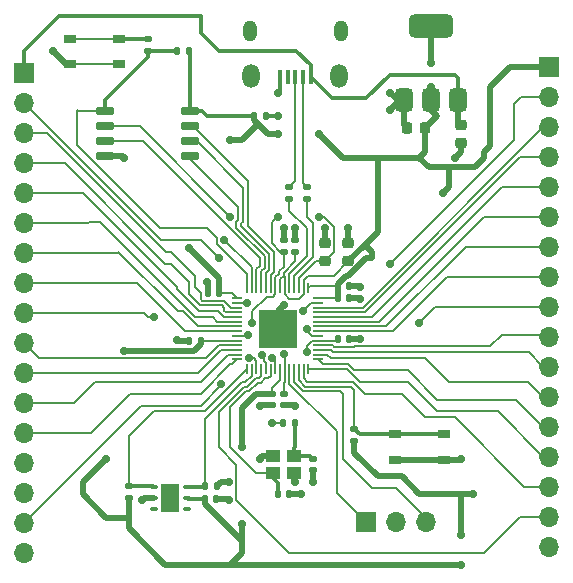
<source format=gbr>
%TF.GenerationSoftware,KiCad,Pcbnew,8.0.2-1*%
%TF.CreationDate,2024-06-04T19:54:43-07:00*%
%TF.ProjectId,pcb_design_1,7063625f-6465-4736-9967-6e5f312e6b69,rev?*%
%TF.SameCoordinates,Original*%
%TF.FileFunction,Copper,L1,Top*%
%TF.FilePolarity,Positive*%
%FSLAX46Y46*%
G04 Gerber Fmt 4.6, Leading zero omitted, Abs format (unit mm)*
G04 Created by KiCad (PCBNEW 8.0.2-1) date 2024-06-04 19:54:43*
%MOMM*%
%LPD*%
G01*
G04 APERTURE LIST*
G04 Aperture macros list*
%AMRoundRect*
0 Rectangle with rounded corners*
0 $1 Rounding radius*
0 $2 $3 $4 $5 $6 $7 $8 $9 X,Y pos of 4 corners*
0 Add a 4 corners polygon primitive as box body*
4,1,4,$2,$3,$4,$5,$6,$7,$8,$9,$2,$3,0*
0 Add four circle primitives for the rounded corners*
1,1,$1+$1,$2,$3*
1,1,$1+$1,$4,$5*
1,1,$1+$1,$6,$7*
1,1,$1+$1,$8,$9*
0 Add four rect primitives between the rounded corners*
20,1,$1+$1,$2,$3,$4,$5,0*
20,1,$1+$1,$4,$5,$6,$7,0*
20,1,$1+$1,$6,$7,$8,$9,0*
20,1,$1+$1,$8,$9,$2,$3,0*%
G04 Aperture macros list end*
%TA.AperFunction,SMDPad,CuDef*%
%ADD10RoundRect,0.140000X-0.170000X0.140000X-0.170000X-0.140000X0.170000X-0.140000X0.170000X0.140000X0*%
%TD*%
%TA.AperFunction,SMDPad,CuDef*%
%ADD11R,1.041400X0.660400*%
%TD*%
%TA.AperFunction,SMDPad,CuDef*%
%ADD12RoundRect,0.135000X-0.185000X0.135000X-0.185000X-0.135000X0.185000X-0.135000X0.185000X0.135000X0*%
%TD*%
%TA.AperFunction,ComponentPad*%
%ADD13R,1.700000X1.700000*%
%TD*%
%TA.AperFunction,ComponentPad*%
%ADD14O,1.700000X1.700000*%
%TD*%
%TA.AperFunction,SMDPad,CuDef*%
%ADD15RoundRect,0.225000X0.250000X-0.225000X0.250000X0.225000X-0.250000X0.225000X-0.250000X-0.225000X0*%
%TD*%
%TA.AperFunction,SMDPad,CuDef*%
%ADD16RoundRect,0.050000X-0.387500X-0.050000X0.387500X-0.050000X0.387500X0.050000X-0.387500X0.050000X0*%
%TD*%
%TA.AperFunction,SMDPad,CuDef*%
%ADD17RoundRect,0.050000X-0.050000X-0.387500X0.050000X-0.387500X0.050000X0.387500X-0.050000X0.387500X0*%
%TD*%
%TA.AperFunction,HeatsinkPad*%
%ADD18R,3.200000X3.200000*%
%TD*%
%TA.AperFunction,SMDPad,CuDef*%
%ADD19RoundRect,0.140000X-0.140000X-0.170000X0.140000X-0.170000X0.140000X0.170000X-0.140000X0.170000X0*%
%TD*%
%TA.AperFunction,SMDPad,CuDef*%
%ADD20RoundRect,0.135000X0.135000X0.185000X-0.135000X0.185000X-0.135000X-0.185000X0.135000X-0.185000X0*%
%TD*%
%TA.AperFunction,SMDPad,CuDef*%
%ADD21RoundRect,0.135000X0.185000X-0.135000X0.185000X0.135000X-0.185000X0.135000X-0.185000X-0.135000X0*%
%TD*%
%TA.AperFunction,SMDPad,CuDef*%
%ADD22RoundRect,0.135000X-0.135000X-0.185000X0.135000X-0.185000X0.135000X0.185000X-0.135000X0.185000X0*%
%TD*%
%TA.AperFunction,SMDPad,CuDef*%
%ADD23R,1.150000X1.000000*%
%TD*%
%TA.AperFunction,SMDPad,CuDef*%
%ADD24RoundRect,0.140000X0.170000X-0.140000X0.170000X0.140000X-0.170000X0.140000X-0.170000X-0.140000X0*%
%TD*%
%TA.AperFunction,SMDPad,CuDef*%
%ADD25R,0.450000X1.300000*%
%TD*%
%TA.AperFunction,ComponentPad*%
%ADD26O,1.150000X1.800000*%
%TD*%
%TA.AperFunction,ComponentPad*%
%ADD27O,1.450000X2.000000*%
%TD*%
%TA.AperFunction,SMDPad,CuDef*%
%ADD28RoundRect,0.140000X0.140000X0.170000X-0.140000X0.170000X-0.140000X-0.170000X0.140000X-0.170000X0*%
%TD*%
%TA.AperFunction,SMDPad,CuDef*%
%ADD29RoundRect,0.375000X0.375000X-0.625000X0.375000X0.625000X-0.375000X0.625000X-0.375000X-0.625000X0*%
%TD*%
%TA.AperFunction,SMDPad,CuDef*%
%ADD30RoundRect,0.500000X1.400000X-0.500000X1.400000X0.500000X-1.400000X0.500000X-1.400000X-0.500000X0*%
%TD*%
%TA.AperFunction,SMDPad,CuDef*%
%ADD31RoundRect,0.150000X-0.650000X-0.150000X0.650000X-0.150000X0.650000X0.150000X-0.650000X0.150000X0*%
%TD*%
%TA.AperFunction,SMDPad,CuDef*%
%ADD32RoundRect,0.100000X-0.200000X-0.100000X0.200000X-0.100000X0.200000X0.100000X-0.200000X0.100000X0*%
%TD*%
%TA.AperFunction,SMDPad,CuDef*%
%ADD33R,1.500000X2.400000*%
%TD*%
%TA.AperFunction,SMDPad,CuDef*%
%ADD34RoundRect,0.225000X-0.250000X0.225000X-0.250000X-0.225000X0.250000X-0.225000X0.250000X0.225000X0*%
%TD*%
%TA.AperFunction,SMDPad,CuDef*%
%ADD35RoundRect,0.225000X0.225000X0.250000X-0.225000X0.250000X-0.225000X-0.250000X0.225000X-0.250000X0*%
%TD*%
%TA.AperFunction,ViaPad*%
%ADD36C,0.700000*%
%TD*%
%TA.AperFunction,Conductor*%
%ADD37C,0.500000*%
%TD*%
%TA.AperFunction,Conductor*%
%ADD38C,0.200000*%
%TD*%
%TA.AperFunction,Conductor*%
%ADD39C,0.300000*%
%TD*%
G04 APERTURE END LIST*
D10*
%TO.P,C5,1*%
%TO.N,+3V3*%
X85000000Y-90020000D03*
%TO.P,C5,2*%
%TO.N,GND*%
X85000000Y-90980000D03*
%TD*%
D11*
%TO.P,SW1,1,1*%
%TO.N,/USB_BOOT*%
X67925000Y-59925000D03*
%TO.P,SW1,2,2*%
X72075000Y-59925000D03*
%TO.P,SW1,3,3*%
%TO.N,GND*%
X67925000Y-62075000D03*
%TO.P,SW1,4,4*%
X72075000Y-62075000D03*
%TD*%
D12*
%TO.P,R3,1*%
%TO.N,/USB_BOOT*%
X74500000Y-59990000D03*
%TO.P,R3,2*%
%TO.N,/SQPI_SS_N*%
X74500000Y-61010000D03*
%TD*%
D13*
%TO.P,J2,1,Pin_1*%
%TO.N,VBUS*%
X64000000Y-62840000D03*
D14*
%TO.P,J2,2,Pin_2*%
%TO.N,/GPIO0*%
X64000000Y-65380000D03*
%TO.P,J2,3,Pin_3*%
%TO.N,/GPIO1*%
X64000000Y-67920000D03*
%TO.P,J2,4,Pin_4*%
%TO.N,/GPIO2*%
X64000000Y-70460000D03*
%TO.P,J2,5,Pin_5*%
%TO.N,/GPIO3*%
X64000000Y-73000000D03*
%TO.P,J2,6,Pin_6*%
%TO.N,/GPIO4*%
X64000000Y-75540000D03*
%TO.P,J2,7,Pin_7*%
%TO.N,/GPIO5*%
X64000000Y-78080000D03*
%TO.P,J2,8,Pin_8*%
%TO.N,/GPIO6*%
X64000000Y-80620000D03*
%TO.P,J2,9,Pin_9*%
%TO.N,/GPIO7*%
X64000000Y-83160000D03*
%TO.P,J2,10,Pin_10*%
%TO.N,/GPIO8*%
X64000000Y-85700000D03*
%TO.P,J2,11,Pin_11*%
%TO.N,/GPIO9*%
X64000000Y-88240000D03*
%TO.P,J2,12,Pin_12*%
%TO.N,/GPIO10*%
X64000000Y-90780000D03*
%TO.P,J2,13,Pin_13*%
%TO.N,/GPIO11*%
X64000000Y-93320000D03*
%TO.P,J2,14,Pin_14*%
%TO.N,GND*%
X64000000Y-95860000D03*
%TO.P,J2,15,Pin_15*%
X64000000Y-98400000D03*
%TO.P,J2,16,Pin_16*%
%TO.N,/GPIO14*%
X64000000Y-100940000D03*
%TO.P,J2,17,Pin_17*%
%TO.N,GND*%
X64000000Y-103480000D03*
%TD*%
D15*
%TO.P,C12,1*%
%TO.N,+3V3*%
X91500000Y-78775000D03*
%TO.P,C12,2*%
%TO.N,GND*%
X91500000Y-77225000D03*
%TD*%
D16*
%TO.P,U1,1,IOVDD*%
%TO.N,+3V3*%
X82062500Y-81900000D03*
%TO.P,U1,2,GPIO0*%
%TO.N,/GPIO0*%
X82062500Y-82300000D03*
%TO.P,U1,3,GPIO1*%
%TO.N,/GPIO1*%
X82062500Y-82700000D03*
%TO.P,U1,4,GPIO2*%
%TO.N,/GPIO2*%
X82062500Y-83100000D03*
%TO.P,U1,5,GPIO3*%
%TO.N,/GPIO3*%
X82062500Y-83500000D03*
%TO.P,U1,6,GPIO4*%
%TO.N,/GPIO4*%
X82062500Y-83900000D03*
%TO.P,U1,7,GPIO5*%
%TO.N,/GPIO5*%
X82062500Y-84300000D03*
%TO.P,U1,8,GPIO6*%
%TO.N,/GPIO6*%
X82062500Y-84700000D03*
%TO.P,U1,9,GPIO7*%
%TO.N,/GPIO7*%
X82062500Y-85100000D03*
%TO.P,U1,10,IOVDD*%
%TO.N,+3V3*%
X82062500Y-85500000D03*
%TO.P,U1,11,GPIO8*%
%TO.N,/GPIO8*%
X82062500Y-85900000D03*
%TO.P,U1,12,GPIO9*%
%TO.N,/GPIO9*%
X82062500Y-86300000D03*
%TO.P,U1,13,GPIO10*%
%TO.N,/GPIO10*%
X82062500Y-86700000D03*
%TO.P,U1,14,GPIO11*%
%TO.N,/GPIO11*%
X82062500Y-87100000D03*
D17*
%TO.P,U1,15,GPIO12*%
%TO.N,/SDA*%
X82900000Y-87937500D03*
%TO.P,U1,16,GPIO13*%
%TO.N,/SCL*%
X83300000Y-87937500D03*
%TO.P,U1,17,GPIO14*%
%TO.N,/GPIO14*%
X83700000Y-87937500D03*
%TO.P,U1,18,GPIO15*%
%TO.N,/GPIO15*%
X84100000Y-87937500D03*
%TO.P,U1,19,TESTEN*%
%TO.N,GND*%
X84500000Y-87937500D03*
%TO.P,U1,20,XIN*%
%TO.N,/XIN*%
X84900000Y-87937500D03*
%TO.P,U1,21,XOUT*%
%TO.N,/XOUT*%
X85300000Y-87937500D03*
%TO.P,U1,22,IOVDD*%
%TO.N,+3V3*%
X85700000Y-87937500D03*
%TO.P,U1,23,DVDD*%
%TO.N,+1V1*%
X86100000Y-87937500D03*
%TO.P,U1,24,SWCLK*%
%TO.N,/SWCLK*%
X86500000Y-87937500D03*
%TO.P,U1,25,SWDIO*%
%TO.N,/SWDIO*%
X86900000Y-87937500D03*
%TO.P,U1,26,RUN*%
%TO.N,/RUN*%
X87300000Y-87937500D03*
%TO.P,U1,27,GPIO16*%
%TO.N,/GPIO16*%
X87700000Y-87937500D03*
%TO.P,U1,28,GPIO17*%
%TO.N,/GPIO17*%
X88100000Y-87937500D03*
D16*
%TO.P,U1,29,GPIO18*%
%TO.N,/GPIO18*%
X88937500Y-87100000D03*
%TO.P,U1,30,GPIO19*%
%TO.N,/GPIO19*%
X88937500Y-86700000D03*
%TO.P,U1,31,GPIO20*%
%TO.N,/GPIO20*%
X88937500Y-86300000D03*
%TO.P,U1,32,GPIO21*%
%TO.N,/GPIO21*%
X88937500Y-85900000D03*
%TO.P,U1,33,IOVDD*%
%TO.N,+3V3*%
X88937500Y-85500000D03*
%TO.P,U1,34,GPIO22*%
%TO.N,/GPIO22*%
X88937500Y-85100000D03*
%TO.P,U1,35,GPIO23*%
%TO.N,/GPIO23*%
X88937500Y-84700000D03*
%TO.P,U1,36,GPIO24*%
%TO.N,/GPIO24*%
X88937500Y-84300000D03*
%TO.P,U1,37,GPIO25*%
%TO.N,/GPIO25*%
X88937500Y-83900000D03*
%TO.P,U1,38,GPIO26/ADC0*%
%TO.N,/GPIO26*%
X88937500Y-83500000D03*
%TO.P,U1,39,GPIO27/ADC1*%
%TO.N,/GPIO27*%
X88937500Y-83100000D03*
%TO.P,U1,40,GPIO28/ADC2*%
%TO.N,/GPIO28*%
X88937500Y-82700000D03*
%TO.P,U1,41,GPIO29/ADC3*%
%TO.N,/GPIO29*%
X88937500Y-82300000D03*
%TO.P,U1,42,IOVDD*%
%TO.N,+3V3*%
X88937500Y-81900000D03*
D17*
%TO.P,U1,43,ADC_AVDD*%
X88100000Y-81062500D03*
%TO.P,U1,44,VREG_VIN*%
X87700000Y-81062500D03*
%TO.P,U1,45,VREG_VOUT*%
%TO.N,+1V1*%
X87300000Y-81062500D03*
%TO.P,U1,46,USB_DM*%
%TO.N,Net-(U1-USB_DM)*%
X86900000Y-81062500D03*
%TO.P,U1,47,USB_DP*%
%TO.N,Net-(U1-USB_DP)*%
X86500000Y-81062500D03*
%TO.P,U1,48,USB_VDD*%
%TO.N,+3V3*%
X86100000Y-81062500D03*
%TO.P,U1,49,IOVDD*%
X85700000Y-81062500D03*
%TO.P,U1,50,DVDD*%
%TO.N,+1V1*%
X85300000Y-81062500D03*
%TO.P,U1,51,SQPI_SD3*%
%TO.N,/SQPI_SD3*%
X84900000Y-81062500D03*
%TO.P,U1,52,SQPI_SCLK*%
%TO.N,/SQPI_SCLK*%
X84500000Y-81062500D03*
%TO.P,U1,53,SQPI_SD0*%
%TO.N,/SQPI_SD0*%
X84100000Y-81062500D03*
%TO.P,U1,54,SQPI_SD2*%
%TO.N,/SQPI_SD2*%
X83700000Y-81062500D03*
%TO.P,U1,55,SQPI_SD1*%
%TO.N,/SQPI_SD1*%
X83300000Y-81062500D03*
%TO.P,U1,56,SQPI_SS_N*%
%TO.N,/SQPI_SS_N*%
X82900000Y-81062500D03*
D18*
%TO.P,U1,57,GND*%
%TO.N,GND*%
X85500000Y-84500000D03*
%TD*%
D19*
%TO.P,C14,1*%
%TO.N,/XIN*%
X85520000Y-98500000D03*
%TO.P,C14,2*%
%TO.N,GND*%
X86480000Y-98500000D03*
%TD*%
D20*
%TO.P,R5,1*%
%TO.N,+3V3*%
X80357500Y-97850000D03*
%TO.P,R5,2*%
%TO.N,/SCL*%
X79337500Y-97850000D03*
%TD*%
D13*
%TO.P,J3,1,Pin_1*%
%TO.N,+3V3*%
X108500000Y-62340000D03*
D14*
%TO.P,J3,2,Pin_2*%
%TO.N,/GPIO29*%
X108500000Y-64880000D03*
%TO.P,J3,3,Pin_3*%
%TO.N,/GPIO28*%
X108500000Y-67420000D03*
%TO.P,J3,4,Pin_4*%
%TO.N,/GPIO27*%
X108500000Y-69960000D03*
%TO.P,J3,5,Pin_5*%
%TO.N,/GPIO26*%
X108500000Y-72500000D03*
%TO.P,J3,6,Pin_6*%
%TO.N,/GPIO25*%
X108500000Y-75040000D03*
%TO.P,J3,7,Pin_7*%
%TO.N,/GPIO24*%
X108500000Y-77580000D03*
%TO.P,J3,8,Pin_8*%
%TO.N,/GPIO23*%
X108500000Y-80120000D03*
%TO.P,J3,9,Pin_9*%
%TO.N,/GPIO22*%
X108500000Y-82660000D03*
%TO.P,J3,10,Pin_10*%
%TO.N,/GPIO21*%
X108500000Y-85200000D03*
%TO.P,J3,11,Pin_11*%
%TO.N,/GPIO20*%
X108500000Y-87740000D03*
%TO.P,J3,12,Pin_12*%
%TO.N,/GPIO19*%
X108500000Y-90280000D03*
%TO.P,J3,13,Pin_13*%
%TO.N,/GPIO18*%
X108500000Y-92820000D03*
%TO.P,J3,14,Pin_14*%
%TO.N,/GPIO17*%
X108500000Y-95360000D03*
%TO.P,J3,15,Pin_15*%
%TO.N,/GPIO16*%
X108500000Y-97900000D03*
%TO.P,J3,16,Pin_16*%
%TO.N,/GPIO15*%
X108500000Y-100440000D03*
%TO.P,J3,17,Pin_17*%
%TO.N,GND*%
X108500000Y-102980000D03*
%TD*%
D21*
%TO.P,R8,1*%
%TO.N,+3V3*%
X92000000Y-94010000D03*
%TO.P,R8,2*%
%TO.N,/RUN*%
X92000000Y-92990000D03*
%TD*%
D22*
%TO.P,R7,1*%
%TO.N,/XOUT*%
X85990000Y-92500000D03*
%TO.P,R7,2*%
%TO.N,Net-(C15-Pad1)*%
X87010000Y-92500000D03*
%TD*%
D23*
%TO.P,Y1,1,1*%
%TO.N,/XIN*%
X85125000Y-96700000D03*
%TO.P,Y1,2,2*%
%TO.N,GND*%
X86875000Y-96700000D03*
%TO.P,Y1,3,3*%
%TO.N,Net-(C15-Pad1)*%
X86875000Y-95300000D03*
%TO.P,Y1,4,4*%
%TO.N,GND*%
X85125000Y-95300000D03*
%TD*%
D21*
%TO.P,R1,1*%
%TO.N,Net-(U1-USB_DP)*%
X86500000Y-73510000D03*
%TO.P,R1,2*%
%TO.N,/USB_D+*%
X86500000Y-72490000D03*
%TD*%
D24*
%TO.P,C10,1*%
%TO.N,+1V1*%
X86000000Y-77980000D03*
%TO.P,C10,2*%
%TO.N,GND*%
X86000000Y-77020000D03*
%TD*%
D19*
%TO.P,C6,1*%
%TO.N,+3V3*%
X90582500Y-85400000D03*
%TO.P,C6,2*%
%TO.N,GND*%
X91542500Y-85400000D03*
%TD*%
D25*
%TO.P,J1,1,VBUS*%
%TO.N,VBUS*%
X88300000Y-63155000D03*
%TO.P,J1,2,D-*%
%TO.N,/USB_D-*%
X87650000Y-63155000D03*
%TO.P,J1,3,D+*%
%TO.N,/USB_D+*%
X87000000Y-63155000D03*
%TO.P,J1,4,ID*%
%TO.N,unconnected-(J1-ID-Pad4)*%
X86350000Y-63155000D03*
%TO.P,J1,5,GND*%
%TO.N,GND*%
X85700000Y-63155000D03*
D26*
%TO.P,J1,6,Shield*%
%TO.N,unconnected-(J1-Shield-Pad6)*%
X90875000Y-59305000D03*
D27*
%TO.N,unconnected-(J1-Shield-Pad6)_2*%
X90725000Y-63105000D03*
%TO.N,unconnected-(J1-Shield-Pad6)_1*%
X83275000Y-63105000D03*
D26*
%TO.N,unconnected-(J1-Shield-Pad6)_0*%
X83125000Y-59305000D03*
%TD*%
D19*
%TO.P,C17,1*%
%TO.N,+3V3*%
X79337500Y-98950000D03*
%TO.P,C17,2*%
%TO.N,GND*%
X80297500Y-98950000D03*
%TD*%
D28*
%TO.P,C4,1*%
%TO.N,+3V3*%
X78980000Y-85500000D03*
%TO.P,C4,2*%
%TO.N,GND*%
X78020000Y-85500000D03*
%TD*%
D11*
%TO.P,SW2,1,1*%
%TO.N,/RUN*%
X95425000Y-93425000D03*
%TO.P,SW2,2,2*%
X99575000Y-93425000D03*
%TO.P,SW2,3,3*%
%TO.N,GND*%
X95425000Y-95575000D03*
%TO.P,SW2,4,4*%
X99575000Y-95575000D03*
%TD*%
D29*
%TO.P,U2,1,GND*%
%TO.N,GND*%
X96200000Y-65150000D03*
%TO.P,U2,2,VO*%
%TO.N,+3V3*%
X98500000Y-65150000D03*
D30*
X98500000Y-58850000D03*
D29*
%TO.P,U2,3,VI*%
%TO.N,VBUS*%
X100800000Y-65150000D03*
%TD*%
D31*
%TO.P,U3,1,~{CS}*%
%TO.N,/SQPI_SS_N*%
X70900000Y-66095000D03*
%TO.P,U3,2,DO(IO1)*%
%TO.N,/SQPI_SD1*%
X70900000Y-67365000D03*
%TO.P,U3,3,IO2*%
%TO.N,/SQPI_SD2*%
X70900000Y-68635000D03*
%TO.P,U3,4,GND*%
%TO.N,GND*%
X70900000Y-69905000D03*
%TO.P,U3,5,DI(IO0)*%
%TO.N,/SQPI_SD0*%
X78100000Y-69905000D03*
%TO.P,U3,6,CLK*%
%TO.N,/SQPI_SCLK*%
X78100000Y-68635000D03*
%TO.P,U3,7,IO3*%
%TO.N,/SQPI_SD3*%
X78100000Y-67365000D03*
%TO.P,U3,8,VCC*%
%TO.N,+3V3*%
X78100000Y-66095000D03*
%TD*%
D22*
%TO.P,R4,1*%
%TO.N,/SQPI_SS_N*%
X76990000Y-61000000D03*
%TO.P,R4,2*%
%TO.N,+3V3*%
X78010000Y-61000000D03*
%TD*%
D21*
%TO.P,R2,1*%
%TO.N,Net-(U1-USB_DM)*%
X88000000Y-73510000D03*
%TO.P,R2,2*%
%TO.N,/USB_D-*%
X88000000Y-72490000D03*
%TD*%
D32*
%TO.P,U4,1,SDA*%
%TO.N,/SDA*%
X75000000Y-97900000D03*
%TO.P,U4,2,GND*%
%TO.N,GND*%
X75000000Y-98850000D03*
%TO.P,U4,3,NC*%
%TO.N,unconnected-(U4-NC-Pad3)*%
X75000000Y-99800000D03*
%TO.P,U4,4,NC*%
%TO.N,unconnected-(U4-NC-Pad4)*%
X77800000Y-99800000D03*
%TO.P,U4,5,VCC*%
%TO.N,+3V3*%
X77800000Y-98850000D03*
%TO.P,U4,6,SCL*%
%TO.N,/SCL*%
X77800000Y-97900000D03*
D33*
%TO.P,U4,7,DAP*%
%TO.N,unconnected-(U4-DAP-Pad7)*%
X76400000Y-98850000D03*
%TD*%
D21*
%TO.P,R6,1*%
%TO.N,+3V3*%
X72890000Y-98860000D03*
%TO.P,R6,2*%
%TO.N,/SDA*%
X72890000Y-97840000D03*
%TD*%
D19*
%TO.P,C7,1*%
%TO.N,+3V3*%
X90582500Y-81900000D03*
%TO.P,C7,2*%
%TO.N,GND*%
X91542500Y-81900000D03*
%TD*%
%TO.P,C16,1*%
%TO.N,+3V3*%
X83520000Y-66500000D03*
%TO.P,C16,2*%
%TO.N,GND*%
X84480000Y-66500000D03*
%TD*%
D15*
%TO.P,C13,1*%
%TO.N,+1V1*%
X89500000Y-78775000D03*
%TO.P,C13,2*%
%TO.N,GND*%
X89500000Y-77225000D03*
%TD*%
D13*
%TO.P,J4,1,Pin_1*%
%TO.N,/SWCLK*%
X92982500Y-100900000D03*
D14*
%TO.P,J4,2,Pin_2*%
%TO.N,GND*%
X95522500Y-100900000D03*
%TO.P,J4,3,Pin_3*%
%TO.N,/SWDIO*%
X98062500Y-100900000D03*
%TD*%
D34*
%TO.P,C1,1*%
%TO.N,VBUS*%
X101000000Y-67225000D03*
%TO.P,C1,2*%
%TO.N,GND*%
X101000000Y-68775000D03*
%TD*%
D35*
%TO.P,C2,1*%
%TO.N,+3V3*%
X98000000Y-67500000D03*
%TO.P,C2,2*%
%TO.N,GND*%
X96450000Y-67500000D03*
%TD*%
D10*
%TO.P,C15,1*%
%TO.N,Net-(C15-Pad1)*%
X88500000Y-95520000D03*
%TO.P,C15,2*%
%TO.N,GND*%
X88500000Y-96480000D03*
%TD*%
D19*
%TO.P,C11,1*%
%TO.N,+3V3*%
X90582500Y-80900000D03*
%TO.P,C11,2*%
%TO.N,GND*%
X91542500Y-80900000D03*
%TD*%
D10*
%TO.P,C9,1*%
%TO.N,+1V1*%
X86000000Y-90020000D03*
%TO.P,C9,2*%
%TO.N,GND*%
X86000000Y-90980000D03*
%TD*%
D24*
%TO.P,C8,1*%
%TO.N,+3V3*%
X87000000Y-77980000D03*
%TO.P,C8,2*%
%TO.N,GND*%
X87000000Y-77020000D03*
%TD*%
D28*
%TO.P,C3,1*%
%TO.N,+3V3*%
X80542500Y-81500000D03*
%TO.P,C3,2*%
%TO.N,GND*%
X79582500Y-81500000D03*
%TD*%
D36*
%TO.N,GND*%
X87000000Y-97500000D03*
X91500000Y-76000000D03*
X84000000Y-91000000D03*
X87000000Y-76000000D03*
X101000000Y-95500000D03*
X72500000Y-70000000D03*
X89500000Y-76000000D03*
X95000000Y-64500000D03*
X84000000Y-95500000D03*
X79500000Y-80500000D03*
X92500000Y-81000000D03*
X86000000Y-82500000D03*
X86040000Y-76000000D03*
X81350000Y-99000000D03*
X92500000Y-85350000D03*
X87000000Y-91000000D03*
X66500000Y-61000000D03*
X95000000Y-66000000D03*
X88500000Y-97500000D03*
X87500000Y-98500000D03*
X84140841Y-86721602D03*
X85500000Y-66500000D03*
X74000000Y-99000000D03*
X77000000Y-85460000D03*
X85500000Y-64500000D03*
X100500000Y-70000000D03*
X92500000Y-82000000D03*
%TO.N,+3V3*%
X101000000Y-102000000D03*
X81350000Y-97500000D03*
X98500000Y-64000000D03*
X89000000Y-68000000D03*
X101000000Y-104500000D03*
X98500000Y-62000000D03*
X72500000Y-86350000D03*
X78000000Y-77650000D03*
X82500000Y-94500000D03*
X82500000Y-101000000D03*
X99500000Y-73000000D03*
X71000000Y-95500000D03*
X81500000Y-68500000D03*
X102000000Y-98500000D03*
X85500000Y-68000000D03*
X87966983Y-86493171D03*
%TO.N,+1V1*%
X85500000Y-75000000D03*
X86000000Y-86650002D03*
X83349998Y-84000000D03*
X89000000Y-75000000D03*
%TO.N,/GPIO7*%
X83000000Y-85000000D03*
X75000000Y-83500000D03*
%TO.N,/GPIO14*%
X83057317Y-86959614D03*
X80709620Y-89209620D03*
%TO.N,/GPIO29*%
X95000000Y-79000000D03*
X87650002Y-83000000D03*
%TO.N,/GPIO22*%
X87966983Y-84493171D03*
X97500000Y-84000000D03*
%TO.N,/XOUT*%
X85010632Y-86952828D03*
X85000000Y-92500000D03*
%TO.N,/SQPI_SD1*%
X81000000Y-77000000D03*
X81500000Y-75000000D03*
%TO.N,/GPIO0*%
X80500000Y-78500000D03*
X82948268Y-82284263D03*
%TD*%
D37*
%TO.N,GND*%
X81300000Y-98950000D02*
X81350000Y-99000000D01*
D38*
X72075000Y-62075000D02*
X67925000Y-62075000D01*
D37*
X85000000Y-90980000D02*
X84020000Y-90980000D01*
X88500000Y-97000000D02*
X88500000Y-97500000D01*
X84200000Y-95300000D02*
X84000000Y-95500000D01*
X95425000Y-95575000D02*
X99575000Y-95575000D01*
X70900000Y-69905000D02*
X72405000Y-69905000D01*
D39*
X85700000Y-63155000D02*
X85700000Y-64300000D01*
D37*
X86000000Y-90980000D02*
X86980000Y-90980000D01*
X66500000Y-61000000D02*
X67575000Y-62075000D01*
X79582500Y-80582500D02*
X79500000Y-80500000D01*
D39*
X87095000Y-96480000D02*
X86875000Y-96700000D01*
D37*
X79582500Y-81500000D02*
X79582500Y-80582500D01*
D38*
X84500000Y-87937500D02*
X84500000Y-87361435D01*
D37*
X78020000Y-85500000D02*
X77040000Y-85500000D01*
X85500000Y-83000000D02*
X85500000Y-84500000D01*
X99575000Y-95575000D02*
X100925000Y-95575000D01*
X91542500Y-81900000D02*
X92400000Y-81900000D01*
X86480000Y-98500000D02*
X87500000Y-98500000D01*
D38*
X84360632Y-87222067D02*
X84360632Y-86941393D01*
X84360632Y-86941393D02*
X84140841Y-86721602D01*
X84500000Y-87361435D02*
X84360632Y-87222067D01*
D37*
X91500000Y-77225000D02*
X91500000Y-76000000D01*
X91542500Y-85400000D02*
X92450000Y-85400000D01*
X96200000Y-65150000D02*
X95650000Y-65150000D01*
X96200000Y-65150000D02*
X96200000Y-67250000D01*
X77040000Y-85500000D02*
X77000000Y-85460000D01*
X80297500Y-98950000D02*
X81300000Y-98950000D01*
X87000000Y-77020000D02*
X87000000Y-76000000D01*
X95850000Y-65150000D02*
X95000000Y-66000000D01*
X95650000Y-65150000D02*
X95000000Y-64500000D01*
X100925000Y-95575000D02*
X101000000Y-95500000D01*
X74150000Y-98850000D02*
X74000000Y-99000000D01*
X92400000Y-81900000D02*
X92500000Y-82000000D01*
X101000000Y-69500000D02*
X100500000Y-70000000D01*
X67575000Y-62075000D02*
X67925000Y-62075000D01*
X88500000Y-96480000D02*
X88500000Y-97000000D01*
X86875000Y-96700000D02*
X86875000Y-97375000D01*
X86000000Y-77020000D02*
X86000000Y-76040000D01*
X86000000Y-76040000D02*
X86040000Y-76000000D01*
X91542500Y-80900000D02*
X92400000Y-80900000D01*
X72405000Y-69905000D02*
X72500000Y-70000000D01*
X89500000Y-77225000D02*
X89500000Y-76000000D01*
X86980000Y-90980000D02*
X87000000Y-91000000D01*
X92450000Y-85400000D02*
X92500000Y-85350000D01*
X85125000Y-95300000D02*
X84200000Y-95300000D01*
X86000000Y-82500000D02*
X85500000Y-83000000D01*
X86875000Y-97375000D02*
X87000000Y-97500000D01*
D39*
X85700000Y-64300000D02*
X85500000Y-64500000D01*
D37*
X92400000Y-80900000D02*
X92500000Y-81000000D01*
X87000000Y-76000000D02*
X87000000Y-76500000D01*
X96200000Y-67250000D02*
X96450000Y-67500000D01*
X75000000Y-98850000D02*
X74150000Y-98850000D01*
X101000000Y-68775000D02*
X101000000Y-69500000D01*
D39*
X84480000Y-66500000D02*
X85500000Y-66500000D01*
D37*
X96200000Y-65150000D02*
X95850000Y-65150000D01*
X84020000Y-90980000D02*
X84000000Y-91000000D01*
D39*
%TO.N,VBUS*%
X64000000Y-61000000D02*
X64000000Y-62840000D01*
X79000000Y-58000000D02*
X67000000Y-58000000D01*
X80500000Y-61000000D02*
X79000000Y-59500000D01*
X88300000Y-63155000D02*
X90145000Y-65000000D01*
X88300000Y-63155000D02*
X88300000Y-62205000D01*
X100800000Y-63300000D02*
X100800000Y-65150000D01*
X67000000Y-58000000D02*
X64000000Y-61000000D01*
X90145000Y-65000000D02*
X93000000Y-65000000D01*
X79000000Y-59500000D02*
X79000000Y-58000000D01*
X95000000Y-63000000D02*
X100500000Y-63000000D01*
D37*
X100800000Y-65150000D02*
X100800000Y-67025000D01*
D39*
X100500000Y-63000000D02*
X100800000Y-63300000D01*
X87095000Y-61000000D02*
X80500000Y-61000000D01*
X88300000Y-62205000D02*
X87095000Y-61000000D01*
D37*
X100800000Y-67025000D02*
X101000000Y-67225000D01*
D39*
X101000000Y-65350000D02*
X100800000Y-65150000D01*
X93000000Y-65000000D02*
X95000000Y-63000000D01*
D37*
%TO.N,+3V3*%
X94000000Y-70000000D02*
X94000000Y-76275000D01*
X100000000Y-70800000D02*
X102200000Y-70800000D01*
X101000000Y-98500000D02*
X97500000Y-98500000D01*
X101000000Y-98500000D02*
X101000000Y-102000000D01*
D38*
X87966983Y-85936657D02*
X88403640Y-85500000D01*
X86100000Y-80100000D02*
X86000000Y-80000000D01*
X87700000Y-80365686D02*
X87700000Y-81062500D01*
D37*
X94000000Y-76275000D02*
X92887500Y-77387500D01*
X92000000Y-95000000D02*
X92000000Y-94010000D01*
X100000000Y-70800000D02*
X100000000Y-72500000D01*
D39*
X98275000Y-65375000D02*
X98500000Y-65150000D01*
D38*
X88065686Y-80000000D02*
X90275000Y-80000000D01*
D39*
X83520000Y-66500000D02*
X81500000Y-66500000D01*
D37*
X97500000Y-98500000D02*
X96000000Y-97000000D01*
D39*
X77900000Y-98950000D02*
X77800000Y-98850000D01*
D38*
X82062500Y-85500000D02*
X78980000Y-85500000D01*
D37*
X72890000Y-101390000D02*
X72890000Y-100500000D01*
X97500000Y-70000000D02*
X98300000Y-70800000D01*
D38*
X87700000Y-81596360D02*
X87700000Y-81062500D01*
D37*
X80542500Y-80192500D02*
X80542500Y-81500000D01*
D38*
X87296360Y-82000000D02*
X87700000Y-81596360D01*
X86000000Y-80000000D02*
X86000000Y-79802942D01*
D37*
X92887500Y-77387500D02*
X91500000Y-78775000D01*
X69000000Y-97500000D02*
X71000000Y-95500000D01*
D38*
X87000000Y-78802942D02*
X87000000Y-77980000D01*
D37*
X98500000Y-62000000D02*
X98500000Y-58850000D01*
D39*
X79500000Y-66500000D02*
X79095000Y-66095000D01*
D38*
X85700000Y-88800000D02*
X85000000Y-89500000D01*
D37*
X96000000Y-97000000D02*
X94000000Y-97000000D01*
X91500000Y-80000000D02*
X93000000Y-78500000D01*
D39*
X78010000Y-66005000D02*
X78100000Y-66095000D01*
D37*
X98000000Y-67500000D02*
X99000000Y-66500000D01*
X103000000Y-69500000D02*
X103500000Y-69000000D01*
X105160000Y-62340000D02*
X108000000Y-62340000D01*
X72890000Y-100500000D02*
X72890000Y-98860000D01*
X72890000Y-100500000D02*
X71000000Y-100500000D01*
X78439999Y-86350000D02*
X78980000Y-85809999D01*
X76000000Y-104500000D02*
X72890000Y-101390000D01*
D38*
X87700000Y-80365686D02*
X88065686Y-80000000D01*
D37*
X91000000Y-70000000D02*
X89000000Y-68000000D01*
X82500000Y-91180550D02*
X82500000Y-94500000D01*
D38*
X86000000Y-79802942D02*
X87000000Y-78802942D01*
X88403640Y-85500000D02*
X88937500Y-85500000D01*
D37*
X94000000Y-97000000D02*
X92000000Y-95000000D01*
X83520000Y-66809999D02*
X83520000Y-66500000D01*
X98000000Y-69500000D02*
X97500000Y-70000000D01*
X93500000Y-78500000D02*
X93500000Y-78000000D01*
D38*
X88262500Y-80900000D02*
X88100000Y-81062500D01*
D37*
X82500000Y-103500000D02*
X82500000Y-102500000D01*
X82500000Y-68500000D02*
X83855001Y-67144999D01*
X72500000Y-86350000D02*
X78439999Y-86350000D01*
X98000000Y-67500000D02*
X98000000Y-69500000D01*
X102000000Y-98500000D02*
X101000000Y-98500000D01*
X90582500Y-80900000D02*
X90582500Y-81900000D01*
D39*
X78100000Y-66095000D02*
X78100000Y-61090000D01*
D37*
X90582500Y-80711734D02*
X91294234Y-80000000D01*
X82500000Y-102500000D02*
X79337500Y-99337500D01*
X80707500Y-97500000D02*
X80357500Y-97850000D01*
X103000000Y-70000000D02*
X103000000Y-69500000D01*
X83855001Y-67144999D02*
X83520000Y-66809999D01*
D38*
X90582500Y-80900000D02*
X88262500Y-80900000D01*
D37*
X90582500Y-80900000D02*
X90582500Y-80711734D01*
X103500000Y-64000000D02*
X105160000Y-62340000D01*
X98500000Y-65150000D02*
X98500000Y-64000000D01*
D38*
X88937500Y-81900000D02*
X90582500Y-81900000D01*
D37*
X82500000Y-102500000D02*
X82500000Y-101000000D01*
D38*
X86503640Y-82000000D02*
X87296360Y-82000000D01*
D37*
X83660550Y-90020000D02*
X82500000Y-91180550D01*
D39*
X79095000Y-66095000D02*
X78100000Y-66095000D01*
D37*
X93500000Y-78000000D02*
X92887500Y-77387500D01*
D38*
X88937500Y-85500000D02*
X90482500Y-85500000D01*
D37*
X69000000Y-98500000D02*
X69000000Y-97500000D01*
D38*
X81662500Y-81500000D02*
X80542500Y-81500000D01*
D37*
X101000000Y-104500000D02*
X81500000Y-104500000D01*
X94000000Y-70000000D02*
X91000000Y-70000000D01*
D38*
X85700000Y-80300000D02*
X86000000Y-80000000D01*
D39*
X78100000Y-61090000D02*
X78010000Y-61000000D01*
D37*
X99000000Y-66500000D02*
X98500000Y-66000000D01*
D38*
X86100000Y-80100000D02*
X86100000Y-81062500D01*
D37*
X81500000Y-68500000D02*
X82500000Y-68500000D01*
X100000000Y-72500000D02*
X99500000Y-73000000D01*
X81500000Y-104500000D02*
X82500000Y-103500000D01*
X98500000Y-66000000D02*
X98500000Y-65150000D01*
X91294234Y-80000000D02*
X91500000Y-80000000D01*
X93000000Y-78500000D02*
X93500000Y-78500000D01*
D38*
X86100000Y-81062500D02*
X86100000Y-81596360D01*
X87966983Y-86493171D02*
X87966983Y-85936657D01*
X90482500Y-85500000D02*
X90582500Y-85400000D01*
X85700000Y-87937500D02*
X85700000Y-88800000D01*
X85000000Y-89500000D02*
X85000000Y-90020000D01*
D37*
X103500000Y-69000000D02*
X103500000Y-64000000D01*
D38*
X85700000Y-81062500D02*
X85700000Y-80300000D01*
D37*
X102200000Y-70800000D02*
X103000000Y-70000000D01*
X78000000Y-77650000D02*
X80542500Y-80192500D01*
D38*
X82062500Y-81900000D02*
X81662500Y-81500000D01*
D39*
X79337500Y-98950000D02*
X77900000Y-98950000D01*
D37*
X98300000Y-70800000D02*
X100000000Y-70800000D01*
X81500000Y-104500000D02*
X76000000Y-104500000D01*
D39*
X81500000Y-66500000D02*
X79500000Y-66500000D01*
D38*
X86100000Y-81596360D02*
X86503640Y-82000000D01*
D37*
X84710001Y-68000000D02*
X83855001Y-67144999D01*
X71000000Y-100500000D02*
X69000000Y-98500000D01*
X85500000Y-68000000D02*
X84710001Y-68000000D01*
X78980000Y-85809999D02*
X78980000Y-85500000D01*
X97500000Y-70000000D02*
X94000000Y-70000000D01*
D38*
X90275000Y-80000000D02*
X91500000Y-78775000D01*
D37*
X81350000Y-97500000D02*
X80707500Y-97500000D01*
X79337500Y-99337500D02*
X79337500Y-98950000D01*
X85000000Y-90020000D02*
X83660550Y-90020000D01*
D38*
%TO.N,+1V1*%
X86000000Y-79237256D02*
X86000000Y-77980000D01*
X86100000Y-86750002D02*
X86100000Y-87937500D01*
X86000000Y-86650002D02*
X86100000Y-86750002D01*
X85742744Y-77980000D02*
X85000000Y-77237256D01*
X88725000Y-78775000D02*
X89500000Y-78775000D01*
X85300000Y-81062500D02*
X85300000Y-80134314D01*
X89000000Y-75000000D02*
X89419239Y-75000000D01*
X85000000Y-75500000D02*
X85500000Y-75000000D01*
X86000000Y-89065685D02*
X86000000Y-90020000D01*
X83349998Y-83012502D02*
X83349998Y-84000000D01*
X87300000Y-80200000D02*
X88725000Y-78775000D01*
X85300000Y-81596360D02*
X85096360Y-81800000D01*
X86100000Y-87937500D02*
X86100000Y-88965685D01*
X87300000Y-81062500D02*
X87300000Y-80200000D01*
X90275000Y-75855761D02*
X90275000Y-78000000D01*
X86100000Y-88965685D02*
X86000000Y-89065685D01*
X85096360Y-81800000D02*
X84562500Y-81800000D01*
X85300000Y-81062500D02*
X85300000Y-81596360D01*
X84562500Y-81800000D02*
X83349998Y-83012502D01*
X85000000Y-77237256D02*
X85000000Y-75500000D01*
X85300000Y-80134314D02*
X85600000Y-79834314D01*
X89419239Y-75000000D02*
X90275000Y-75855761D01*
X85600000Y-79637256D02*
X86000000Y-79237256D01*
X86000000Y-77980000D02*
X85742744Y-77980000D01*
X90275000Y-78000000D02*
X89500000Y-78775000D01*
X85600000Y-79834314D02*
X85600000Y-79637256D01*
%TO.N,/XIN*%
X84462046Y-88675000D02*
X84062046Y-89075000D01*
D39*
X85125000Y-97125000D02*
X85520000Y-97520000D01*
D38*
X84900000Y-87937500D02*
X84900000Y-88471360D01*
X81500000Y-91131372D02*
X81500000Y-94500000D01*
X83102732Y-89800000D02*
X82831372Y-89800000D01*
X82831372Y-89800000D02*
X81500000Y-91131372D01*
X84696360Y-88675000D02*
X84462046Y-88675000D01*
X83700000Y-96700000D02*
X85125000Y-96700000D01*
D39*
X85125000Y-96700000D02*
X85125000Y-97125000D01*
D38*
X84900000Y-88471360D02*
X84696360Y-88675000D01*
X81500000Y-94500000D02*
X83700000Y-96700000D01*
X84062046Y-89075000D02*
X83827732Y-89075000D01*
D39*
X85520000Y-97520000D02*
X85520000Y-98500000D01*
D38*
X83827732Y-89075000D02*
X83102732Y-89800000D01*
D39*
%TO.N,Net-(C15-Pad1)*%
X86875000Y-95300000D02*
X88280000Y-95300000D01*
X86875000Y-95300000D02*
X86875000Y-94625000D01*
X86875000Y-94625000D02*
X87010000Y-94490000D01*
X87010000Y-94490000D02*
X87010000Y-92500000D01*
X88280000Y-95300000D02*
X88500000Y-95520000D01*
D38*
%TO.N,/USB_D-*%
X87650000Y-72140000D02*
X87650000Y-63155000D01*
X88000000Y-72490000D02*
X87650000Y-72140000D01*
%TO.N,/USB_D+*%
X87000000Y-71990000D02*
X87000000Y-63155000D01*
X86500000Y-72490000D02*
X87000000Y-71990000D01*
%TO.N,/GPIO9*%
X64000000Y-88240000D02*
X78760000Y-88240000D01*
X78760000Y-88240000D02*
X80700000Y-86300000D01*
X80700000Y-86300000D02*
X82062500Y-86300000D01*
%TO.N,/GPIO7*%
X82900000Y-85100000D02*
X83000000Y-85000000D01*
X74160000Y-83160000D02*
X64000000Y-83160000D01*
X75000000Y-83500000D02*
X74500000Y-83500000D01*
X74500000Y-83500000D02*
X74160000Y-83160000D01*
X82062500Y-85100000D02*
X82900000Y-85100000D01*
%TO.N,/GPIO4*%
X69500000Y-75500000D02*
X69460000Y-75540000D01*
X69460000Y-75540000D02*
X64000000Y-75540000D01*
X70500000Y-75500000D02*
X69500000Y-75500000D01*
X82062500Y-83900000D02*
X80400000Y-83900000D01*
X80000000Y-83500000D02*
X78500000Y-83500000D01*
X80400000Y-83900000D02*
X80000000Y-83500000D01*
X78500000Y-83500000D02*
X70500000Y-75500000D01*
%TO.N,/GPIO6*%
X77700000Y-84700000D02*
X73620000Y-80620000D01*
X82062500Y-84700000D02*
X77700000Y-84700000D01*
X73620000Y-80620000D02*
X64000000Y-80620000D01*
%TO.N,/GPIO11*%
X81500000Y-87500000D02*
X79000000Y-90000000D01*
X73000000Y-90000000D02*
X69680000Y-93320000D01*
X79000000Y-90000000D02*
X73000000Y-90000000D01*
X69680000Y-93320000D02*
X64000000Y-93320000D01*
X81662500Y-87500000D02*
X81500000Y-87500000D01*
X82062500Y-87100000D02*
X81662500Y-87500000D01*
%TO.N,/GPIO5*%
X82062500Y-84300000D02*
X78734314Y-84300000D01*
X78734314Y-84300000D02*
X77467157Y-83032843D01*
X77032843Y-83032843D02*
X72000000Y-78000000D01*
X77467157Y-83032843D02*
X77032843Y-83032843D01*
X72000000Y-78000000D02*
X71920000Y-78080000D01*
X71920000Y-78080000D02*
X64000000Y-78080000D01*
%TO.N,/GPIO8*%
X79434314Y-87000000D02*
X65300000Y-87000000D01*
X80534314Y-85900000D02*
X79434314Y-87000000D01*
X82062500Y-85900000D02*
X80534314Y-85900000D01*
X65300000Y-87000000D02*
X64000000Y-85700000D01*
%TO.N,/GPIO10*%
X70000000Y-89000000D02*
X68220000Y-90780000D01*
X82062500Y-86700000D02*
X81300000Y-86700000D01*
X81300000Y-86700000D02*
X79000000Y-89000000D01*
X68220000Y-90780000D02*
X64000000Y-90780000D01*
X79000000Y-89000000D02*
X70000000Y-89000000D01*
%TO.N,/GPIO14*%
X80709620Y-89209620D02*
X80709620Y-89290380D01*
X83700000Y-87200000D02*
X83700000Y-87937500D01*
X80709620Y-89290380D02*
X79000000Y-91000000D01*
X73940000Y-91000000D02*
X64000000Y-100940000D01*
X83057317Y-86959614D02*
X83459614Y-86959614D01*
X79000000Y-91000000D02*
X73940000Y-91000000D01*
X83459614Y-86959614D02*
X83700000Y-87200000D01*
%TO.N,/GPIO3*%
X80934314Y-83500000D02*
X80500000Y-83065686D01*
X80500000Y-83065686D02*
X80500000Y-83000000D01*
X77000000Y-81000000D02*
X69000000Y-73000000D01*
X69000000Y-73000000D02*
X64000000Y-73000000D01*
X78868628Y-83000000D02*
X77000000Y-81131372D01*
X82062500Y-83500000D02*
X80934314Y-83500000D01*
X77000000Y-81131372D02*
X77000000Y-81000000D01*
X80500000Y-83000000D02*
X78868628Y-83000000D01*
%TO.N,/GPIO2*%
X78944314Y-82510000D02*
X78000000Y-81565686D01*
X67460000Y-70460000D02*
X64000000Y-70460000D01*
X78000000Y-81565686D02*
X78000000Y-80500000D01*
X80772954Y-82510000D02*
X78944314Y-82510000D01*
X82062500Y-83100000D02*
X81100000Y-83100000D01*
X81000000Y-82737046D02*
X80772954Y-82510000D01*
X76000000Y-79000000D02*
X67460000Y-70460000D01*
X81000000Y-83000000D02*
X81000000Y-82737046D01*
X76500000Y-79000000D02*
X76000000Y-79000000D01*
X81100000Y-83100000D02*
X81000000Y-83000000D01*
X78000000Y-80500000D02*
X76500000Y-79000000D01*
%TO.N,/GPIO28*%
X108000000Y-67434314D02*
X108000000Y-67420000D01*
X88937500Y-82700000D02*
X92734314Y-82700000D01*
X92734314Y-82700000D02*
X108000000Y-67434314D01*
%TO.N,/GPIO21*%
X107800000Y-85000000D02*
X108000000Y-85200000D01*
X104500000Y-85000000D02*
X107800000Y-85000000D01*
X90146366Y-85900000D02*
X90256366Y-86010000D01*
X88937500Y-85900000D02*
X90146366Y-85900000D01*
X91990000Y-86010000D02*
X92000000Y-86000000D01*
X103500000Y-86000000D02*
X104500000Y-85000000D01*
X92000000Y-86000000D02*
X103500000Y-86000000D01*
X90256366Y-86010000D02*
X91990000Y-86010000D01*
%TO.N,/GPIO15*%
X82665686Y-89400000D02*
X80500000Y-91565686D01*
X84100000Y-87937500D02*
X84100000Y-88471360D01*
X82000000Y-96000000D02*
X82000000Y-99000000D01*
X84100000Y-88471360D02*
X83896360Y-88675000D01*
X83896360Y-88675000D02*
X83662046Y-88675000D01*
X106060000Y-100440000D02*
X108000000Y-100440000D01*
X103000000Y-103500000D02*
X106060000Y-100440000D01*
X82937046Y-89400000D02*
X82665686Y-89400000D01*
X80500000Y-94500000D02*
X82000000Y-96000000D01*
X82000000Y-99000000D02*
X86500000Y-103500000D01*
X83662046Y-88675000D02*
X82937046Y-89400000D01*
X80500000Y-91565686D02*
X80500000Y-94500000D01*
X86500000Y-103500000D02*
X103000000Y-103500000D01*
%TO.N,/GPIO27*%
X88937500Y-83100000D02*
X92900000Y-83100000D01*
X92900000Y-83100000D02*
X106040000Y-69960000D01*
X106040000Y-69960000D02*
X108000000Y-69960000D01*
%TO.N,/GPIO19*%
X89700000Y-86700000D02*
X90000000Y-87000000D01*
X88937500Y-86700000D02*
X89700000Y-86700000D01*
X98000000Y-87000000D02*
X100000000Y-89000000D01*
X106720000Y-89000000D02*
X108000000Y-90280000D01*
X90000000Y-87000000D02*
X98000000Y-87000000D01*
X100000000Y-89000000D02*
X106720000Y-89000000D01*
%TO.N,/GPIO29*%
X88350002Y-82300000D02*
X87650002Y-83000000D01*
X105500000Y-65500000D02*
X106120000Y-64880000D01*
X88937500Y-82300000D02*
X88350002Y-82300000D01*
X105500000Y-68500000D02*
X105500000Y-65500000D01*
X95000000Y-79000000D02*
X105500000Y-68500000D01*
X106120000Y-64880000D02*
X108000000Y-64880000D01*
%TO.N,/GPIO20*%
X88937500Y-86300000D02*
X89980680Y-86300000D01*
X89980680Y-86300000D02*
X90180680Y-86500000D01*
X106760000Y-86500000D02*
X108000000Y-87740000D01*
X90180680Y-86500000D02*
X106760000Y-86500000D01*
%TO.N,/GPIO18*%
X92000000Y-88000000D02*
X96500000Y-88000000D01*
X96500000Y-88000000D02*
X99000000Y-90500000D01*
X99000000Y-90500000D02*
X105680000Y-90500000D01*
X91500000Y-87500000D02*
X92000000Y-88000000D01*
X88937500Y-87100000D02*
X89337500Y-87500000D01*
X89337500Y-87500000D02*
X91500000Y-87500000D01*
X105680000Y-90500000D02*
X108000000Y-92820000D01*
%TO.N,/GPIO16*%
X88000000Y-89000000D02*
X91868628Y-89000000D01*
X96000000Y-90000000D02*
X98000000Y-92000000D01*
X106400000Y-97900000D02*
X108000000Y-97900000D01*
X87700000Y-88700000D02*
X88000000Y-89000000D01*
X92868628Y-90000000D02*
X96000000Y-90000000D01*
X100500000Y-92000000D02*
X106400000Y-97900000D01*
X98000000Y-92000000D02*
X100500000Y-92000000D01*
X87700000Y-87937500D02*
X87700000Y-88700000D01*
X91868628Y-89000000D02*
X92868628Y-90000000D01*
%TO.N,/GPIO17*%
X96500000Y-89000000D02*
X99000000Y-91500000D01*
X91371814Y-87937500D02*
X92434314Y-89000000D01*
X92434314Y-89000000D02*
X96500000Y-89000000D01*
X99000000Y-91500000D02*
X104140000Y-91500000D01*
X104140000Y-91500000D02*
X108000000Y-95360000D01*
X88100000Y-87937500D02*
X91371814Y-87937500D01*
%TO.N,/GPIO22*%
X98840000Y-82660000D02*
X108000000Y-82660000D01*
X88937500Y-85100000D02*
X88403640Y-85100000D01*
X87966983Y-84663343D02*
X87966983Y-84493171D01*
X97500000Y-84000000D02*
X98840000Y-82660000D01*
X88403640Y-85100000D02*
X87966983Y-84663343D01*
%TO.N,/GPIO23*%
X95300000Y-84700000D02*
X99880000Y-80120000D01*
X99880000Y-80120000D02*
X108000000Y-80120000D01*
X88937500Y-84700000D02*
X95300000Y-84700000D01*
%TO.N,/GPIO25*%
X102960000Y-75040000D02*
X108000000Y-75040000D01*
X88937500Y-83900000D02*
X94100000Y-83900000D01*
X94100000Y-83900000D02*
X102960000Y-75040000D01*
%TO.N,/GPIO24*%
X101420000Y-77580000D02*
X108000000Y-77580000D01*
X94700000Y-84300000D02*
X101420000Y-77580000D01*
X88937500Y-84300000D02*
X94700000Y-84300000D01*
%TO.N,/GPIO26*%
X93500000Y-83500000D02*
X104500000Y-72500000D01*
X88937500Y-83500000D02*
X93500000Y-83500000D01*
X104500000Y-72500000D02*
X108000000Y-72500000D01*
%TO.N,/SWDIO*%
X91000000Y-95500000D02*
X93500000Y-98000000D01*
X98062500Y-100562500D02*
X98062500Y-100900000D01*
X86900000Y-87937500D02*
X86900000Y-89031372D01*
X87668628Y-89800000D02*
X90800000Y-89800000D01*
X91000000Y-90000000D02*
X91000000Y-95500000D01*
X90800000Y-89800000D02*
X91000000Y-90000000D01*
X86900000Y-89031372D02*
X87668628Y-89800000D01*
X95500000Y-98000000D02*
X98062500Y-100562500D01*
X93500000Y-98000000D02*
X95500000Y-98000000D01*
%TO.N,/SWCLK*%
X86500000Y-89197058D02*
X90500000Y-93197058D01*
X90500000Y-98417500D02*
X92982500Y-100900000D01*
X90500000Y-93197058D02*
X90500000Y-98417500D01*
X86500000Y-87937500D02*
X86500000Y-89197058D01*
%TO.N,Net-(U1-USB_DP)*%
X88000000Y-76000000D02*
X86500000Y-74500000D01*
X88000000Y-78368628D02*
X88000000Y-76000000D01*
X86500000Y-81062500D02*
X86500000Y-79868628D01*
X86500000Y-79868628D02*
X88000000Y-78368628D01*
X86500000Y-74500000D02*
X86500000Y-73510000D01*
%TO.N,Net-(U1-USB_DM)*%
X86900000Y-81062500D02*
X86900000Y-80034314D01*
X88000000Y-75010000D02*
X88000000Y-73510000D01*
X86900000Y-80034314D02*
X88500000Y-78434314D01*
X88500000Y-78434314D02*
X88500000Y-75510000D01*
X88500000Y-75510000D02*
X88000000Y-75010000D01*
%TO.N,/USB_BOOT*%
X72075000Y-59925000D02*
X67925000Y-59925000D01*
D39*
X74500000Y-59990000D02*
X72140000Y-59990000D01*
X72140000Y-59990000D02*
X72075000Y-59925000D01*
D38*
%TO.N,/SQPI_SS_N*%
X68500000Y-66000000D02*
X68595000Y-66095000D01*
X79500000Y-76000000D02*
X75554448Y-76000000D01*
D39*
X70900000Y-65100000D02*
X74500000Y-61500000D01*
X74510000Y-61000000D02*
X74500000Y-61010000D01*
D38*
X82900000Y-81062500D02*
X82900000Y-79900000D01*
D39*
X70900000Y-66095000D02*
X70900000Y-65100000D01*
X74500000Y-61500000D02*
X74500000Y-61010000D01*
D38*
X68500000Y-68945552D02*
X68500000Y-66000000D01*
X80350000Y-77350000D02*
X80350000Y-76850000D01*
X82900000Y-79900000D02*
X80350000Y-77350000D01*
D39*
X76990000Y-61000000D02*
X74510000Y-61000000D01*
D38*
X68595000Y-66095000D02*
X70900000Y-66095000D01*
X75554448Y-76000000D02*
X68500000Y-68945552D01*
X80350000Y-76850000D02*
X79500000Y-76000000D01*
%TO.N,/SCL*%
X83300000Y-87937500D02*
X83300000Y-88471360D01*
X82771360Y-89000000D02*
X82500000Y-89000000D01*
X83300000Y-88471360D02*
X82771360Y-89000000D01*
D39*
X77800000Y-97900000D02*
X79287500Y-97900000D01*
D38*
X82500000Y-89000000D02*
X79337500Y-92162500D01*
X79337500Y-92162500D02*
X79337500Y-97850000D01*
D39*
X79287500Y-97900000D02*
X79337500Y-97850000D01*
%TO.N,/SDA*%
X74940000Y-97840000D02*
X75000000Y-97900000D01*
D38*
X75000000Y-91500000D02*
X79338479Y-91500000D01*
X72890000Y-93610000D02*
X75000000Y-91500000D01*
X79338479Y-91500000D02*
X82900000Y-87938479D01*
X82900000Y-87938479D02*
X82900000Y-87937500D01*
X72890000Y-97840000D02*
X72890000Y-93610000D01*
D39*
X72890000Y-97840000D02*
X74940000Y-97840000D01*
D38*
X75000000Y-97700000D02*
X75000000Y-97900000D01*
%TO.N,/XOUT*%
X85300000Y-87242196D02*
X85300000Y-87937500D01*
X85990000Y-92500000D02*
X85000000Y-92500000D01*
X85010632Y-86952828D02*
X85300000Y-87242196D01*
D39*
%TO.N,/RUN*%
X95425000Y-93425000D02*
X99575000Y-93425000D01*
D38*
X92000000Y-89697058D02*
X92000000Y-92990000D01*
X87834314Y-89400000D02*
X91702942Y-89400000D01*
X87300000Y-87937500D02*
X87300000Y-88865686D01*
X91702942Y-89400000D02*
X92000000Y-89697058D01*
D39*
X95425000Y-93425000D02*
X92435000Y-93425000D01*
D38*
X87300000Y-88865686D02*
X87834314Y-89400000D01*
D39*
X92435000Y-93425000D02*
X92000000Y-92990000D01*
D38*
%TO.N,/SQPI_SD2*%
X84000000Y-79171570D02*
X84000000Y-78500000D01*
X74135000Y-68635000D02*
X70900000Y-68635000D01*
X84000000Y-78500000D02*
X74135000Y-68635000D01*
X83700000Y-81062500D02*
X83700000Y-79471570D01*
X83700000Y-79471570D02*
X84000000Y-79171570D01*
%TO.N,/SQPI_SCLK*%
X78635000Y-68635000D02*
X78100000Y-68635000D01*
X82550000Y-75434925D02*
X82550000Y-72550000D01*
X84800000Y-78168628D02*
X82400000Y-75768628D01*
X82400000Y-75584925D02*
X82550000Y-75434925D01*
X84800000Y-79502942D02*
X84800000Y-78168628D01*
X82550000Y-72550000D02*
X78635000Y-68635000D01*
X82400000Y-75768628D02*
X82400000Y-75584925D01*
X84500000Y-81062500D02*
X84500000Y-79802942D01*
X84500000Y-79802942D02*
X84800000Y-79502942D01*
%TO.N,/SQPI_SD1*%
X83300000Y-79300000D02*
X81000000Y-77000000D01*
X70900000Y-67365000D02*
X73865000Y-67365000D01*
X73865000Y-67365000D02*
X81500000Y-75000000D01*
X83300000Y-81062500D02*
X83300000Y-79300000D01*
%TO.N,/SQPI_SD0*%
X82150000Y-74150000D02*
X82150000Y-75269239D01*
X78100000Y-69905000D02*
X78100000Y-70100000D01*
X82000000Y-75934314D02*
X84400000Y-78334314D01*
X84100000Y-79637256D02*
X84100000Y-81062500D01*
X78100000Y-70100000D02*
X82150000Y-74150000D01*
X84400000Y-79337256D02*
X84100000Y-79637256D01*
X84400000Y-78334314D02*
X84400000Y-79337256D01*
X82000000Y-75419239D02*
X82000000Y-75934314D01*
X82150000Y-75269239D02*
X82000000Y-75419239D01*
%TO.N,/SQPI_SD3*%
X83000000Y-72000000D02*
X78365000Y-67365000D01*
X85200000Y-79668628D02*
X85200000Y-78002942D01*
X85200000Y-78002942D02*
X83000000Y-75802942D01*
X83000000Y-75802942D02*
X83000000Y-72000000D01*
X84900000Y-81062500D02*
X84900000Y-79968628D01*
X84900000Y-79968628D02*
X85200000Y-79668628D01*
X78365000Y-67365000D02*
X78100000Y-67365000D01*
%TO.N,/GPIO0*%
X75620000Y-77000000D02*
X64000000Y-65380000D01*
X82932531Y-82300000D02*
X82948268Y-82284263D01*
X79000000Y-77000000D02*
X75620000Y-77000000D01*
X80500000Y-78500000D02*
X79000000Y-77000000D01*
X82062500Y-82300000D02*
X82932531Y-82300000D01*
%TO.N,/GPIO1*%
X76054315Y-78000000D02*
X65974315Y-67920000D01*
X82062500Y-82700000D02*
X81528640Y-82700000D01*
X80938640Y-82110000D02*
X79110000Y-82110000D01*
X79000000Y-82000000D02*
X79000000Y-81500000D01*
X79110000Y-82110000D02*
X79000000Y-82000000D01*
X81528640Y-82700000D02*
X80938640Y-82110000D01*
X78500000Y-81000000D02*
X78500000Y-80000000D01*
X79000000Y-81500000D02*
X78500000Y-81000000D01*
X65974315Y-67920000D02*
X64000000Y-67920000D01*
X78500000Y-80000000D02*
X76500000Y-78000000D01*
X76500000Y-78000000D02*
X76054315Y-78000000D01*
%TD*%
M02*

</source>
